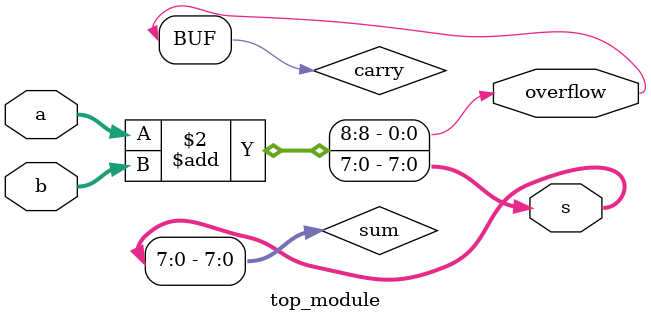
<source format=sv>
module top_module (
	input [7:0] a,
	input [7:0] b,
	output [7:0] s,
	output overflow
);

  // Registers to store intermediate values during addition
  reg [8:0] sum;
  reg carry;

  // Adder logic
  always @(*) begin
    {carry, sum[7:0]} = a + b;
  end

  // Output assignment
  assign s = sum[7:0];
  assign overflow = carry;

endmodule

</source>
